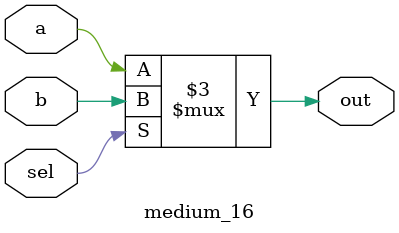
<source format=v>
module medium_16(
    output reg out,
    input a,
    input b,
    input sel
);
    always @(a || b || sel)
        begin
            if(sel) 
                out = b;
            else 
                out = a;
        end
endmodule
</source>
